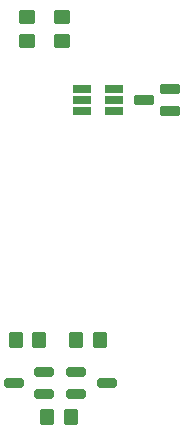
<source format=gbp>
G04 #@! TF.GenerationSoftware,KiCad,Pcbnew,(6.0.7)*
G04 #@! TF.CreationDate,2023-08-07T05:57:35+10:00*
G04 #@! TF.ProjectId,RPI,5250492e-6b69-4636-9164-5f7063625858,2.12*
G04 #@! TF.SameCoordinates,Original*
G04 #@! TF.FileFunction,Paste,Bot*
G04 #@! TF.FilePolarity,Positive*
%FSLAX46Y46*%
G04 Gerber Fmt 4.6, Leading zero omitted, Abs format (unit mm)*
G04 Created by KiCad (PCBNEW (6.0.7)) date 2023-08-07 05:57:35*
%MOMM*%
%LPD*%
G01*
G04 APERTURE LIST*
G04 Aperture macros list*
%AMRoundRect*
0 Rectangle with rounded corners*
0 $1 Rounding radius*
0 $2 $3 $4 $5 $6 $7 $8 $9 X,Y pos of 4 corners*
0 Add a 4 corners polygon primitive as box body*
4,1,4,$2,$3,$4,$5,$6,$7,$8,$9,$2,$3,0*
0 Add four circle primitives for the rounded corners*
1,1,$1+$1,$2,$3*
1,1,$1+$1,$4,$5*
1,1,$1+$1,$6,$7*
1,1,$1+$1,$8,$9*
0 Add four rect primitives between the rounded corners*
20,1,$1+$1,$2,$3,$4,$5,0*
20,1,$1+$1,$4,$5,$6,$7,0*
20,1,$1+$1,$6,$7,$8,$9,0*
20,1,$1+$1,$8,$9,$2,$3,0*%
G04 Aperture macros list end*
%ADD10RoundRect,0.250000X0.450000X-0.350000X0.450000X0.350000X-0.450000X0.350000X-0.450000X-0.350000X0*%
%ADD11RoundRect,0.250000X0.350000X0.450000X-0.350000X0.450000X-0.350000X-0.450000X0.350000X-0.450000X0*%
%ADD12R,1.560000X0.650000*%
%ADD13RoundRect,0.200000X-0.612500X-0.200000X0.612500X-0.200000X0.612500X0.200000X-0.612500X0.200000X0*%
%ADD14RoundRect,0.200000X0.612500X0.200000X-0.612500X0.200000X-0.612500X-0.200000X0.612500X-0.200000X0*%
%ADD15RoundRect,0.200000X0.687500X0.200000X-0.687500X0.200000X-0.687500X-0.200000X0.687500X-0.200000X0*%
%ADD16RoundRect,0.250000X-0.350000X-0.450000X0.350000X-0.450000X0.350000X0.450000X-0.350000X0.450000X0*%
G04 APERTURE END LIST*
D10*
X111000000Y-61000000D03*
X111000000Y-59000000D03*
D11*
X112041734Y-86356743D03*
X110041734Y-86356743D03*
D12*
X115650000Y-66950000D03*
X115650000Y-66000000D03*
X115650000Y-65050000D03*
X118350000Y-65050000D03*
X118350000Y-66000000D03*
X118350000Y-66950000D03*
D10*
X114000000Y-61000000D03*
X114000000Y-59000000D03*
D11*
X114723581Y-92863610D03*
X112723581Y-92863610D03*
D13*
X115170044Y-90900975D03*
X115170044Y-89000975D03*
X117745044Y-89950975D03*
D14*
X112471382Y-89000289D03*
X112471382Y-90900289D03*
X109896382Y-89950289D03*
D15*
X123087500Y-65050000D03*
X123087500Y-66950000D03*
X120912500Y-66000000D03*
D16*
X115156864Y-86355022D03*
X117156864Y-86355022D03*
M02*

</source>
